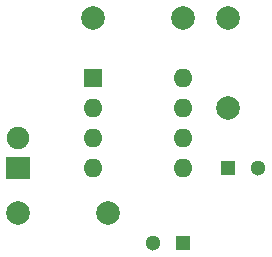
<source format=gbr>
G04 #@! TF.FileFunction,Copper,L1,Top,Signal*
%FSLAX46Y46*%
G04 Gerber Fmt 4.6, Leading zero omitted, Abs format (unit mm)*
G04 Created by KiCad (PCBNEW 4.0.6) date Sunday, April 23, 2017 'PMt' 08:37:29 PM*
%MOMM*%
%LPD*%
G01*
G04 APERTURE LIST*
%ADD10C,2.000000*%
%ADD11R,1.300000X1.300000*%
%ADD12C,1.300000*%
%ADD13R,2.000000X1.900000*%
%ADD14C,1.900000*%
%ADD15C,1.998980*%
%ADD16R,1.600000X1.600000*%
%ADD17O,1.600000X1.600000*%
G04 APERTURE END LIST*
D10*
D11*
X159980000Y-123190000D03*
D12*
X157480000Y-123190000D03*
D11*
X163830000Y-116840000D03*
D12*
X166330000Y-116840000D03*
D13*
X146050000Y-116840000D03*
D14*
X146050000Y-114300000D03*
D15*
X152400000Y-104140000D03*
X160020000Y-104140000D03*
X163830000Y-104140000D03*
X163830000Y-111760000D03*
X146050000Y-120650000D03*
X153670000Y-120650000D03*
D16*
X152400000Y-109220000D03*
D17*
X160020000Y-116840000D03*
X152400000Y-111760000D03*
X160020000Y-114300000D03*
X152400000Y-114300000D03*
X160020000Y-111760000D03*
X152400000Y-116840000D03*
X160020000Y-109220000D03*
M02*

</source>
